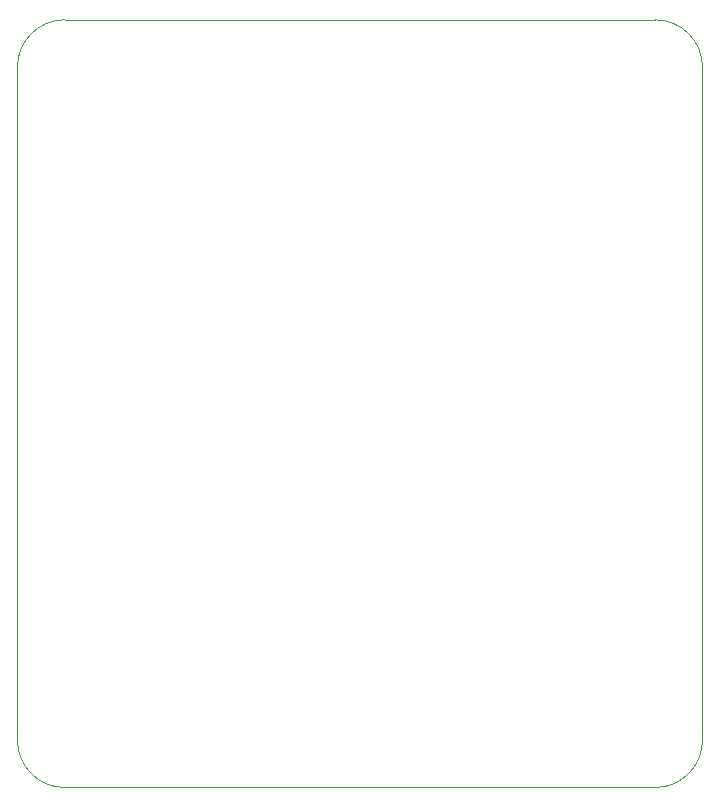
<source format=gbr>
%TF.GenerationSoftware,KiCad,Pcbnew,6.0.10-86aedd382b~118~ubuntu22.04.1*%
%TF.CreationDate,2023-01-01T10:29:27-05:00*%
%TF.ProjectId,project-nrf-princess-dress,70726f6a-6563-4742-9d6e-72662d707269,rev?*%
%TF.SameCoordinates,Original*%
%TF.FileFunction,Profile,NP*%
%FSLAX46Y46*%
G04 Gerber Fmt 4.6, Leading zero omitted, Abs format (unit mm)*
G04 Created by KiCad (PCBNEW 6.0.10-86aedd382b~118~ubuntu22.04.1) date 2023-01-01 10:29:27*
%MOMM*%
%LPD*%
G01*
G04 APERTURE LIST*
%TA.AperFunction,Profile*%
%ADD10C,0.050000*%
%TD*%
G04 APERTURE END LIST*
D10*
X103120000Y-28790000D02*
G75*
G03*
X99120000Y-24790000I-4000000J0D01*
G01*
X45120000Y-85790000D02*
G75*
G03*
X49120000Y-89790000I4000000J0D01*
G01*
X49120000Y-24790000D02*
G75*
G03*
X45120000Y-28790000I0J-4000000D01*
G01*
X99120000Y-89790000D02*
G75*
G03*
X103120000Y-85790000I0J4000000D01*
G01*
X45120000Y-85790000D02*
X45120000Y-28790000D01*
X99120000Y-89790000D02*
X49120000Y-89790000D01*
X103120000Y-28790000D02*
X103120000Y-85790000D01*
X49120000Y-24790000D02*
X99120000Y-24790000D01*
M02*

</source>
